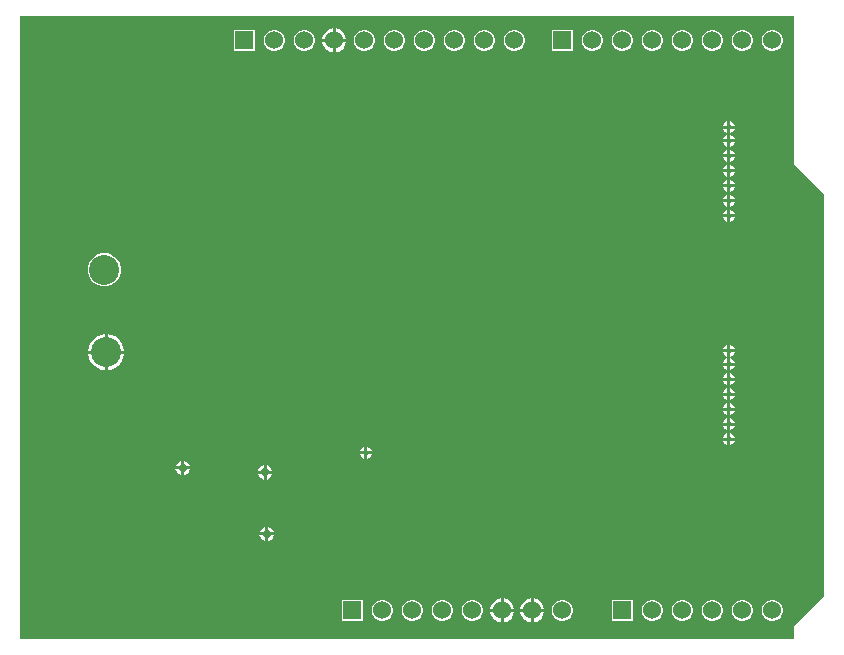
<source format=gbr>
G04*
G04 #@! TF.GenerationSoftware,Altium Limited,Altium Designer,23.0.1 (38)*
G04*
G04 Layer_Physical_Order=2*
G04 Layer_Color=9720587*
%FSLAX44Y44*%
%MOMM*%
G71*
G04*
G04 #@! TF.SameCoordinates,64DEC9DB-233E-40C6-88A2-80678BC6FC1E*
G04*
G04*
G04 #@! TF.FilePolarity,Positive*
G04*
G01*
G75*
%ADD24R,1.5300X1.5300*%
%ADD25C,1.5300*%
%ADD26C,2.5400*%
%ADD27C,0.5080*%
%ADD28C,0.7112*%
G36*
X657810Y406400D02*
X658008Y405409D01*
X658569Y404569D01*
X683210Y379927D01*
X683210Y39173D01*
X658569Y14531D01*
X658008Y13691D01*
X657810Y12700D01*
Y2590D01*
X2590D01*
Y530810D01*
X657810D01*
Y406400D01*
D02*
G37*
%LPC*%
G36*
X269820Y519968D02*
X269748D01*
Y511048D01*
X278668D01*
Y511120D01*
X277974Y513711D01*
X276632Y516035D01*
X274735Y517932D01*
X272411Y519274D01*
X269820Y519968D01*
D02*
G37*
G36*
X267208D02*
X267136D01*
X264545Y519274D01*
X262221Y517932D01*
X260324Y516035D01*
X258982Y513711D01*
X258288Y511120D01*
Y511048D01*
X267208D01*
Y519968D01*
D02*
G37*
G36*
X640492Y518698D02*
X638144D01*
X635875Y518090D01*
X633841Y516916D01*
X632180Y515255D01*
X631006Y513221D01*
X630398Y510952D01*
Y508604D01*
X631006Y506335D01*
X632180Y504301D01*
X633841Y502640D01*
X635875Y501466D01*
X638144Y500858D01*
X640492D01*
X642761Y501466D01*
X644795Y502640D01*
X646456Y504301D01*
X647630Y506335D01*
X648238Y508604D01*
Y510952D01*
X647630Y513221D01*
X646456Y515255D01*
X644795Y516916D01*
X642761Y518090D01*
X640492Y518698D01*
D02*
G37*
G36*
X615092D02*
X612744D01*
X610475Y518090D01*
X608441Y516916D01*
X606780Y515255D01*
X605606Y513221D01*
X604998Y510952D01*
Y508604D01*
X605606Y506335D01*
X606780Y504301D01*
X608441Y502640D01*
X610475Y501466D01*
X612744Y500858D01*
X615092D01*
X617361Y501466D01*
X619395Y502640D01*
X621056Y504301D01*
X622230Y506335D01*
X622838Y508604D01*
Y510952D01*
X622230Y513221D01*
X621056Y515255D01*
X619395Y516916D01*
X617361Y518090D01*
X615092Y518698D01*
D02*
G37*
G36*
X589692D02*
X587344D01*
X585075Y518090D01*
X583041Y516916D01*
X581380Y515255D01*
X580206Y513221D01*
X579598Y510952D01*
Y508604D01*
X580206Y506335D01*
X581380Y504301D01*
X583041Y502640D01*
X585075Y501466D01*
X587344Y500858D01*
X589692D01*
X591961Y501466D01*
X593995Y502640D01*
X595656Y504301D01*
X596830Y506335D01*
X597438Y508604D01*
Y510952D01*
X596830Y513221D01*
X595656Y515255D01*
X593995Y516916D01*
X591961Y518090D01*
X589692Y518698D01*
D02*
G37*
G36*
X564292D02*
X561944D01*
X559675Y518090D01*
X557641Y516916D01*
X555980Y515255D01*
X554806Y513221D01*
X554198Y510952D01*
Y508604D01*
X554806Y506335D01*
X555980Y504301D01*
X557641Y502640D01*
X559675Y501466D01*
X561944Y500858D01*
X564292D01*
X566561Y501466D01*
X568595Y502640D01*
X570256Y504301D01*
X571430Y506335D01*
X572038Y508604D01*
Y510952D01*
X571430Y513221D01*
X570256Y515255D01*
X568595Y516916D01*
X566561Y518090D01*
X564292Y518698D01*
D02*
G37*
G36*
X538892D02*
X536544D01*
X534275Y518090D01*
X532241Y516916D01*
X530580Y515255D01*
X529406Y513221D01*
X528798Y510952D01*
Y508604D01*
X529406Y506335D01*
X530580Y504301D01*
X532241Y502640D01*
X534275Y501466D01*
X536544Y500858D01*
X538892D01*
X541161Y501466D01*
X543195Y502640D01*
X544856Y504301D01*
X546030Y506335D01*
X546638Y508604D01*
Y510952D01*
X546030Y513221D01*
X544856Y515255D01*
X543195Y516916D01*
X541161Y518090D01*
X538892Y518698D01*
D02*
G37*
G36*
X513492D02*
X511144D01*
X508875Y518090D01*
X506841Y516916D01*
X505180Y515255D01*
X504006Y513221D01*
X503398Y510952D01*
Y508604D01*
X504006Y506335D01*
X505180Y504301D01*
X506841Y502640D01*
X508875Y501466D01*
X511144Y500858D01*
X513492D01*
X515761Y501466D01*
X517795Y502640D01*
X519456Y504301D01*
X520630Y506335D01*
X521238Y508604D01*
Y510952D01*
X520630Y513221D01*
X519456Y515255D01*
X517795Y516916D01*
X515761Y518090D01*
X513492Y518698D01*
D02*
G37*
G36*
X488092D02*
X485744D01*
X483475Y518090D01*
X481441Y516916D01*
X479780Y515255D01*
X478606Y513221D01*
X477998Y510952D01*
Y508604D01*
X478606Y506335D01*
X479780Y504301D01*
X481441Y502640D01*
X483475Y501466D01*
X485744Y500858D01*
X488092D01*
X490361Y501466D01*
X492395Y502640D01*
X494056Y504301D01*
X495230Y506335D01*
X495838Y508604D01*
Y510952D01*
X495230Y513221D01*
X494056Y515255D01*
X492395Y516916D01*
X490361Y518090D01*
X488092Y518698D01*
D02*
G37*
G36*
X470438D02*
X452598D01*
Y500858D01*
X470438D01*
Y518698D01*
D02*
G37*
G36*
X422052D02*
X419704D01*
X417435Y518090D01*
X415401Y516916D01*
X413740Y515255D01*
X412566Y513221D01*
X411958Y510952D01*
Y508604D01*
X412566Y506335D01*
X413740Y504301D01*
X415401Y502640D01*
X417435Y501466D01*
X419704Y500858D01*
X422052D01*
X424321Y501466D01*
X426355Y502640D01*
X428016Y504301D01*
X429190Y506335D01*
X429798Y508604D01*
Y510952D01*
X429190Y513221D01*
X428016Y515255D01*
X426355Y516916D01*
X424321Y518090D01*
X422052Y518698D01*
D02*
G37*
G36*
X396652D02*
X394304D01*
X392035Y518090D01*
X390001Y516916D01*
X388340Y515255D01*
X387166Y513221D01*
X386558Y510952D01*
Y508604D01*
X387166Y506335D01*
X388340Y504301D01*
X390001Y502640D01*
X392035Y501466D01*
X394304Y500858D01*
X396652D01*
X398921Y501466D01*
X400955Y502640D01*
X402616Y504301D01*
X403790Y506335D01*
X404398Y508604D01*
Y510952D01*
X403790Y513221D01*
X402616Y515255D01*
X400955Y516916D01*
X398921Y518090D01*
X396652Y518698D01*
D02*
G37*
G36*
X371252D02*
X368904D01*
X366635Y518090D01*
X364601Y516916D01*
X362940Y515255D01*
X361766Y513221D01*
X361158Y510952D01*
Y508604D01*
X361766Y506335D01*
X362940Y504301D01*
X364601Y502640D01*
X366635Y501466D01*
X368904Y500858D01*
X371252D01*
X373521Y501466D01*
X375555Y502640D01*
X377216Y504301D01*
X378390Y506335D01*
X378998Y508604D01*
Y510952D01*
X378390Y513221D01*
X377216Y515255D01*
X375555Y516916D01*
X373521Y518090D01*
X371252Y518698D01*
D02*
G37*
G36*
X345852D02*
X343504D01*
X341235Y518090D01*
X339201Y516916D01*
X337540Y515255D01*
X336366Y513221D01*
X335758Y510952D01*
Y508604D01*
X336366Y506335D01*
X337540Y504301D01*
X339201Y502640D01*
X341235Y501466D01*
X343504Y500858D01*
X345852D01*
X348121Y501466D01*
X350155Y502640D01*
X351816Y504301D01*
X352990Y506335D01*
X353598Y508604D01*
Y510952D01*
X352990Y513221D01*
X351816Y515255D01*
X350155Y516916D01*
X348121Y518090D01*
X345852Y518698D01*
D02*
G37*
G36*
X320452D02*
X318104D01*
X315835Y518090D01*
X313801Y516916D01*
X312140Y515255D01*
X310966Y513221D01*
X310358Y510952D01*
Y508604D01*
X310966Y506335D01*
X312140Y504301D01*
X313801Y502640D01*
X315835Y501466D01*
X318104Y500858D01*
X320452D01*
X322721Y501466D01*
X324755Y502640D01*
X326416Y504301D01*
X327590Y506335D01*
X328198Y508604D01*
Y510952D01*
X327590Y513221D01*
X326416Y515255D01*
X324755Y516916D01*
X322721Y518090D01*
X320452Y518698D01*
D02*
G37*
G36*
X295052D02*
X292704D01*
X290435Y518090D01*
X288401Y516916D01*
X286740Y515255D01*
X285566Y513221D01*
X284958Y510952D01*
Y508604D01*
X285566Y506335D01*
X286740Y504301D01*
X288401Y502640D01*
X290435Y501466D01*
X292704Y500858D01*
X295052D01*
X297321Y501466D01*
X299355Y502640D01*
X301016Y504301D01*
X302190Y506335D01*
X302798Y508604D01*
Y510952D01*
X302190Y513221D01*
X301016Y515255D01*
X299355Y516916D01*
X297321Y518090D01*
X295052Y518698D01*
D02*
G37*
G36*
X244252D02*
X241904D01*
X239635Y518090D01*
X237601Y516916D01*
X235940Y515255D01*
X234766Y513221D01*
X234158Y510952D01*
Y508604D01*
X234766Y506335D01*
X235940Y504301D01*
X237601Y502640D01*
X239635Y501466D01*
X241904Y500858D01*
X244252D01*
X246521Y501466D01*
X248555Y502640D01*
X250216Y504301D01*
X251390Y506335D01*
X251998Y508604D01*
Y510952D01*
X251390Y513221D01*
X250216Y515255D01*
X248555Y516916D01*
X246521Y518090D01*
X244252Y518698D01*
D02*
G37*
G36*
X218852D02*
X216504D01*
X214235Y518090D01*
X212201Y516916D01*
X210540Y515255D01*
X209366Y513221D01*
X208758Y510952D01*
Y508604D01*
X209366Y506335D01*
X210540Y504301D01*
X212201Y502640D01*
X214235Y501466D01*
X216504Y500858D01*
X218852D01*
X221121Y501466D01*
X223155Y502640D01*
X224816Y504301D01*
X225990Y506335D01*
X226598Y508604D01*
Y510952D01*
X225990Y513221D01*
X224816Y515255D01*
X223155Y516916D01*
X221121Y518090D01*
X218852Y518698D01*
D02*
G37*
G36*
X201198D02*
X183358D01*
Y500858D01*
X201198D01*
Y518698D01*
D02*
G37*
G36*
X278668Y508508D02*
X269748D01*
Y499588D01*
X269820D01*
X272411Y500282D01*
X274735Y501624D01*
X276632Y503521D01*
X277974Y505845D01*
X278668Y508436D01*
Y508508D01*
D02*
G37*
G36*
X267208D02*
X258288D01*
Y508436D01*
X258982Y505845D01*
X260324Y503521D01*
X262221Y501624D01*
X264545Y500282D01*
X267136Y499588D01*
X267208D01*
Y508508D01*
D02*
G37*
G36*
X603758Y441091D02*
Y437388D01*
X607461D01*
X606795Y438996D01*
X605366Y440425D01*
X603758Y441091D01*
D02*
G37*
G36*
X601218D02*
X599610Y440425D01*
X598181Y438996D01*
X597515Y437388D01*
X601218D01*
Y441091D01*
D02*
G37*
G36*
X607461Y434848D02*
X603758D01*
Y431146D01*
X605366Y431811D01*
X606795Y433240D01*
X607461Y434848D01*
D02*
G37*
G36*
X601218D02*
X597515D01*
X598181Y433240D01*
X599610Y431811D01*
X601218Y431146D01*
Y434848D01*
D02*
G37*
G36*
X603758Y429660D02*
Y425958D01*
X607461D01*
X606795Y427566D01*
X605366Y428995D01*
X603758Y429660D01*
D02*
G37*
G36*
X601218D02*
X599610Y428995D01*
X598181Y427566D01*
X597515Y425958D01*
X601218D01*
Y429660D01*
D02*
G37*
G36*
X607461Y423418D02*
X603758D01*
Y419715D01*
X605366Y420381D01*
X606795Y421810D01*
X607461Y423418D01*
D02*
G37*
G36*
X601218D02*
X597515D01*
X598181Y421810D01*
X599610Y420381D01*
X601218Y419715D01*
Y423418D01*
D02*
G37*
G36*
X603758Y416960D02*
Y413258D01*
X607461D01*
X606795Y414866D01*
X605366Y416295D01*
X603758Y416960D01*
D02*
G37*
G36*
X601218D02*
X599610Y416295D01*
X598181Y414866D01*
X597515Y413258D01*
X601218D01*
Y416960D01*
D02*
G37*
G36*
X607461Y410718D02*
X603758D01*
Y407015D01*
X605366Y407681D01*
X606795Y409110D01*
X607461Y410718D01*
D02*
G37*
G36*
X601218D02*
X597515D01*
X598181Y409110D01*
X599610Y407681D01*
X601218Y407015D01*
Y410718D01*
D02*
G37*
G36*
X603758Y404260D02*
Y400558D01*
X607461D01*
X606795Y402166D01*
X605366Y403595D01*
X603758Y404260D01*
D02*
G37*
G36*
X601218D02*
X599610Y403595D01*
X598181Y402166D01*
X597515Y400558D01*
X601218D01*
Y404260D01*
D02*
G37*
G36*
X607461Y398018D02*
X603758D01*
Y394315D01*
X605366Y394981D01*
X606795Y396410D01*
X607461Y398018D01*
D02*
G37*
G36*
X601218D02*
X597515D01*
X598181Y396410D01*
X599610Y394981D01*
X601218Y394315D01*
Y398018D01*
D02*
G37*
G36*
X603758Y391561D02*
Y387858D01*
X607461D01*
X606795Y389466D01*
X605366Y390895D01*
X603758Y391561D01*
D02*
G37*
G36*
X601218D02*
X599610Y390895D01*
X598181Y389466D01*
X597515Y387858D01*
X601218D01*
Y391561D01*
D02*
G37*
G36*
X607461Y385318D02*
X603758D01*
Y381615D01*
X605366Y382281D01*
X606795Y383710D01*
X607461Y385318D01*
D02*
G37*
G36*
X601218D02*
X597515D01*
X598181Y383710D01*
X599610Y382281D01*
X601218Y381615D01*
Y385318D01*
D02*
G37*
G36*
X603758Y378861D02*
Y375158D01*
X607461D01*
X606795Y376766D01*
X605366Y378195D01*
X603758Y378861D01*
D02*
G37*
G36*
X601218D02*
X599610Y378195D01*
X598181Y376766D01*
X597515Y375158D01*
X601218D01*
Y378861D01*
D02*
G37*
G36*
X607461Y372618D02*
X603758D01*
Y368915D01*
X605366Y369581D01*
X606795Y371010D01*
X607461Y372618D01*
D02*
G37*
G36*
X601218D02*
X597515D01*
X598181Y371010D01*
X599610Y369581D01*
X601218Y368915D01*
Y372618D01*
D02*
G37*
G36*
X603758Y366161D02*
Y362458D01*
X607461D01*
X606795Y364066D01*
X605366Y365495D01*
X603758Y366161D01*
D02*
G37*
G36*
X601218D02*
X599610Y365495D01*
X598181Y364066D01*
X597515Y362458D01*
X601218D01*
Y366161D01*
D02*
G37*
G36*
X607461Y359918D02*
X603758D01*
Y356216D01*
X605366Y356881D01*
X606795Y358310D01*
X607461Y359918D01*
D02*
G37*
G36*
X601218D02*
X597515D01*
X598181Y358310D01*
X599610Y356881D01*
X601218Y356216D01*
Y359918D01*
D02*
G37*
G36*
X75753Y329438D02*
X72075D01*
X68522Y328486D01*
X65336Y326647D01*
X62735Y324046D01*
X60896Y320860D01*
X59944Y317307D01*
Y313629D01*
X60896Y310076D01*
X62735Y306890D01*
X65336Y304289D01*
X68522Y302450D01*
X72075Y301498D01*
X75753D01*
X79306Y302450D01*
X82492Y304289D01*
X85093Y306890D01*
X86932Y310076D01*
X87884Y313629D01*
Y317307D01*
X86932Y320860D01*
X85093Y324046D01*
X82492Y326647D01*
X79306Y328486D01*
X75753Y329438D01*
D02*
G37*
G36*
X603758Y251861D02*
Y248158D01*
X607461D01*
X606795Y249766D01*
X605366Y251195D01*
X603758Y251861D01*
D02*
G37*
G36*
X601218D02*
X599610Y251195D01*
X598181Y249766D01*
X597515Y248158D01*
X601218D01*
Y251861D01*
D02*
G37*
G36*
X76939Y260858D02*
X76708D01*
Y246888D01*
X90678D01*
Y247119D01*
X90092Y250063D01*
X88944Y252837D01*
X87276Y255333D01*
X85153Y257456D01*
X82657Y259123D01*
X79883Y260272D01*
X76939Y260858D01*
D02*
G37*
G36*
X74168D02*
X73937D01*
X70993Y260272D01*
X68219Y259123D01*
X65723Y257456D01*
X63600Y255333D01*
X61933Y252837D01*
X60784Y250063D01*
X60198Y247119D01*
Y246888D01*
X74168D01*
Y260858D01*
D02*
G37*
G36*
X607461Y245618D02*
X603758D01*
Y241915D01*
X605366Y242581D01*
X606795Y244010D01*
X607461Y245618D01*
D02*
G37*
G36*
X601218D02*
X597515D01*
X598181Y244010D01*
X599610Y242581D01*
X601218Y241915D01*
Y245618D01*
D02*
G37*
G36*
X603758Y240431D02*
Y236728D01*
X607461D01*
X606795Y238336D01*
X605366Y239765D01*
X603758Y240431D01*
D02*
G37*
G36*
X601218D02*
X599610Y239765D01*
X598181Y238336D01*
X597515Y236728D01*
X601218D01*
Y240431D01*
D02*
G37*
G36*
X607461Y234188D02*
X603758D01*
Y230485D01*
X605366Y231151D01*
X606795Y232580D01*
X607461Y234188D01*
D02*
G37*
G36*
X601218D02*
X597515D01*
X598181Y232580D01*
X599610Y231151D01*
X601218Y230485D01*
Y234188D01*
D02*
G37*
G36*
X90678Y244348D02*
X76708D01*
Y230378D01*
X76939D01*
X79883Y230964D01*
X82657Y232113D01*
X85153Y233780D01*
X87276Y235903D01*
X88944Y238399D01*
X90092Y241173D01*
X90678Y244117D01*
Y244348D01*
D02*
G37*
G36*
X74168D02*
X60198D01*
Y244117D01*
X60784Y241173D01*
X61933Y238399D01*
X63600Y235903D01*
X65723Y233780D01*
X68219Y232113D01*
X70993Y230964D01*
X73937Y230378D01*
X74168D01*
Y244348D01*
D02*
G37*
G36*
X603758Y227731D02*
Y224028D01*
X607461D01*
X606795Y225636D01*
X605366Y227065D01*
X603758Y227731D01*
D02*
G37*
G36*
X601218D02*
X599610Y227065D01*
X598181Y225636D01*
X597515Y224028D01*
X601218D01*
Y227731D01*
D02*
G37*
G36*
X607461Y221488D02*
X603758D01*
Y217785D01*
X605366Y218451D01*
X606795Y219880D01*
X607461Y221488D01*
D02*
G37*
G36*
X601218D02*
X597515D01*
X598181Y219880D01*
X599610Y218451D01*
X601218Y217785D01*
Y221488D01*
D02*
G37*
G36*
X603758Y215030D02*
Y211328D01*
X607461D01*
X606795Y212936D01*
X605366Y214365D01*
X603758Y215030D01*
D02*
G37*
G36*
X601218D02*
X599610Y214365D01*
X598181Y212936D01*
X597515Y211328D01*
X601218D01*
Y215030D01*
D02*
G37*
G36*
X607461Y208788D02*
X603758D01*
Y205086D01*
X605366Y205751D01*
X606795Y207180D01*
X607461Y208788D01*
D02*
G37*
G36*
X601218D02*
X597515D01*
X598181Y207180D01*
X599610Y205751D01*
X601218Y205086D01*
Y208788D01*
D02*
G37*
G36*
X603758Y202330D02*
Y198628D01*
X607461D01*
X606795Y200236D01*
X605366Y201665D01*
X603758Y202330D01*
D02*
G37*
G36*
X601218D02*
X599610Y201665D01*
X598181Y200236D01*
X597515Y198628D01*
X601218D01*
Y202330D01*
D02*
G37*
G36*
X607461Y196088D02*
X603758D01*
Y192386D01*
X605366Y193051D01*
X606795Y194480D01*
X607461Y196088D01*
D02*
G37*
G36*
X601218D02*
X597515D01*
X598181Y194480D01*
X599610Y193051D01*
X601218Y192386D01*
Y196088D01*
D02*
G37*
G36*
X603758Y189631D02*
Y185928D01*
X607461D01*
X606795Y187536D01*
X605366Y188965D01*
X603758Y189631D01*
D02*
G37*
G36*
X601218D02*
X599610Y188965D01*
X598181Y187536D01*
X597515Y185928D01*
X601218D01*
Y189631D01*
D02*
G37*
G36*
X607461Y183388D02*
X603758D01*
Y179685D01*
X605366Y180351D01*
X606795Y181780D01*
X607461Y183388D01*
D02*
G37*
G36*
X601218D02*
X597515D01*
X598181Y181780D01*
X599610Y180351D01*
X601218Y179685D01*
Y183388D01*
D02*
G37*
G36*
X603758Y176931D02*
Y173228D01*
X607461D01*
X606795Y174836D01*
X605366Y176265D01*
X603758Y176931D01*
D02*
G37*
G36*
X601218D02*
X599610Y176265D01*
X598181Y174836D01*
X597515Y173228D01*
X601218D01*
Y176931D01*
D02*
G37*
G36*
X607461Y170688D02*
X603758D01*
Y166985D01*
X605366Y167651D01*
X606795Y169080D01*
X607461Y170688D01*
D02*
G37*
G36*
X601218D02*
X597515D01*
X598181Y169080D01*
X599610Y167651D01*
X601218Y166985D01*
Y170688D01*
D02*
G37*
G36*
X296418Y165501D02*
Y161798D01*
X300121D01*
X299455Y163406D01*
X298026Y164835D01*
X296418Y165501D01*
D02*
G37*
G36*
X293878D02*
X292270Y164835D01*
X290841Y163406D01*
X290175Y161798D01*
X293878D01*
Y165501D01*
D02*
G37*
G36*
X300121Y159258D02*
X296418D01*
Y155555D01*
X298026Y156221D01*
X299455Y157650D01*
X300121Y159258D01*
D02*
G37*
G36*
X293878D02*
X290175D01*
X290841Y157650D01*
X292270Y156221D01*
X293878Y155555D01*
Y159258D01*
D02*
G37*
G36*
X141478Y153900D02*
Y149098D01*
X146280D01*
X145376Y151281D01*
X143661Y152996D01*
X141478Y153900D01*
D02*
G37*
G36*
X138938D02*
X136755Y152996D01*
X135040Y151281D01*
X134136Y149098D01*
X138938D01*
Y153900D01*
D02*
G37*
G36*
X211328Y150090D02*
Y145288D01*
X216130D01*
X215226Y147471D01*
X213511Y149186D01*
X211328Y150090D01*
D02*
G37*
G36*
X208788D02*
X206605Y149186D01*
X204890Y147471D01*
X203986Y145288D01*
X208788D01*
Y150090D01*
D02*
G37*
G36*
X146280Y146558D02*
X141478D01*
Y141756D01*
X143661Y142660D01*
X145376Y144375D01*
X146280Y146558D01*
D02*
G37*
G36*
X138938D02*
X134136D01*
X135040Y144375D01*
X136755Y142660D01*
X138938Y141756D01*
Y146558D01*
D02*
G37*
G36*
X216130Y142748D02*
X211328D01*
Y137946D01*
X213511Y138850D01*
X215226Y140565D01*
X216130Y142748D01*
D02*
G37*
G36*
X208788D02*
X203986D01*
X204890Y140565D01*
X206605Y138850D01*
X208788Y137946D01*
Y142748D01*
D02*
G37*
G36*
X212598Y98020D02*
Y93218D01*
X217400D01*
X216496Y95401D01*
X214781Y97116D01*
X212598Y98020D01*
D02*
G37*
G36*
X210058D02*
X207875Y97116D01*
X206160Y95401D01*
X205256Y93218D01*
X210058D01*
Y98020D01*
D02*
G37*
G36*
X217400Y90678D02*
X212598D01*
Y85876D01*
X214781Y86780D01*
X216496Y88495D01*
X217400Y90678D01*
D02*
G37*
G36*
X210058D02*
X205256D01*
X206160Y88495D01*
X207875Y86780D01*
X210058Y85876D01*
Y90678D01*
D02*
G37*
G36*
X437460Y37368D02*
X437388D01*
Y28448D01*
X446308D01*
Y28520D01*
X445614Y31111D01*
X444272Y33435D01*
X442375Y35332D01*
X440051Y36674D01*
X437460Y37368D01*
D02*
G37*
G36*
X412060D02*
X411988D01*
Y28448D01*
X420908D01*
Y28520D01*
X420214Y31111D01*
X418872Y33435D01*
X416975Y35332D01*
X414651Y36674D01*
X412060Y37368D01*
D02*
G37*
G36*
X434848D02*
X434776D01*
X432185Y36674D01*
X429861Y35332D01*
X427964Y33435D01*
X426622Y31111D01*
X425928Y28520D01*
Y28448D01*
X434848D01*
Y37368D01*
D02*
G37*
G36*
X409448D02*
X409376D01*
X406785Y36674D01*
X404461Y35332D01*
X402564Y33435D01*
X401222Y31111D01*
X400528Y28520D01*
Y28448D01*
X409448D01*
Y37368D01*
D02*
G37*
G36*
X640492Y36098D02*
X638144D01*
X635875Y35490D01*
X633841Y34316D01*
X632180Y32655D01*
X631006Y30621D01*
X630398Y28352D01*
Y26004D01*
X631006Y23735D01*
X632180Y21701D01*
X633841Y20040D01*
X635875Y18866D01*
X638144Y18258D01*
X640492D01*
X642761Y18866D01*
X644795Y20040D01*
X646456Y21701D01*
X647630Y23735D01*
X648238Y26004D01*
Y28352D01*
X647630Y30621D01*
X646456Y32655D01*
X644795Y34316D01*
X642761Y35490D01*
X640492Y36098D01*
D02*
G37*
G36*
X615092D02*
X612744D01*
X610475Y35490D01*
X608441Y34316D01*
X606780Y32655D01*
X605606Y30621D01*
X604998Y28352D01*
Y26004D01*
X605606Y23735D01*
X606780Y21701D01*
X608441Y20040D01*
X610475Y18866D01*
X612744Y18258D01*
X615092D01*
X617361Y18866D01*
X619395Y20040D01*
X621056Y21701D01*
X622230Y23735D01*
X622838Y26004D01*
Y28352D01*
X622230Y30621D01*
X621056Y32655D01*
X619395Y34316D01*
X617361Y35490D01*
X615092Y36098D01*
D02*
G37*
G36*
X589692D02*
X587344D01*
X585075Y35490D01*
X583041Y34316D01*
X581380Y32655D01*
X580206Y30621D01*
X579598Y28352D01*
Y26004D01*
X580206Y23735D01*
X581380Y21701D01*
X583041Y20040D01*
X585075Y18866D01*
X587344Y18258D01*
X589692D01*
X591961Y18866D01*
X593995Y20040D01*
X595656Y21701D01*
X596830Y23735D01*
X597438Y26004D01*
Y28352D01*
X596830Y30621D01*
X595656Y32655D01*
X593995Y34316D01*
X591961Y35490D01*
X589692Y36098D01*
D02*
G37*
G36*
X564292D02*
X561944D01*
X559675Y35490D01*
X557641Y34316D01*
X555980Y32655D01*
X554806Y30621D01*
X554198Y28352D01*
Y26004D01*
X554806Y23735D01*
X555980Y21701D01*
X557641Y20040D01*
X559675Y18866D01*
X561944Y18258D01*
X564292D01*
X566561Y18866D01*
X568595Y20040D01*
X570256Y21701D01*
X571430Y23735D01*
X572038Y26004D01*
Y28352D01*
X571430Y30621D01*
X570256Y32655D01*
X568595Y34316D01*
X566561Y35490D01*
X564292Y36098D01*
D02*
G37*
G36*
X538892D02*
X536544D01*
X534275Y35490D01*
X532241Y34316D01*
X530580Y32655D01*
X529406Y30621D01*
X528798Y28352D01*
Y26004D01*
X529406Y23735D01*
X530580Y21701D01*
X532241Y20040D01*
X534275Y18866D01*
X536544Y18258D01*
X538892D01*
X541161Y18866D01*
X543195Y20040D01*
X544856Y21701D01*
X546030Y23735D01*
X546638Y26004D01*
Y28352D01*
X546030Y30621D01*
X544856Y32655D01*
X543195Y34316D01*
X541161Y35490D01*
X538892Y36098D01*
D02*
G37*
G36*
X521238D02*
X503398D01*
Y18258D01*
X521238D01*
Y36098D01*
D02*
G37*
G36*
X462692D02*
X460344D01*
X458075Y35490D01*
X456041Y34316D01*
X454380Y32655D01*
X453206Y30621D01*
X452598Y28352D01*
Y26004D01*
X453206Y23735D01*
X454380Y21701D01*
X456041Y20040D01*
X458075Y18866D01*
X460344Y18258D01*
X462692D01*
X464961Y18866D01*
X466995Y20040D01*
X468656Y21701D01*
X469830Y23735D01*
X470438Y26004D01*
Y28352D01*
X469830Y30621D01*
X468656Y32655D01*
X466995Y34316D01*
X464961Y35490D01*
X462692Y36098D01*
D02*
G37*
G36*
X386492D02*
X384144D01*
X381875Y35490D01*
X379841Y34316D01*
X378180Y32655D01*
X377006Y30621D01*
X376398Y28352D01*
Y26004D01*
X377006Y23735D01*
X378180Y21701D01*
X379841Y20040D01*
X381875Y18866D01*
X384144Y18258D01*
X386492D01*
X388761Y18866D01*
X390795Y20040D01*
X392456Y21701D01*
X393630Y23735D01*
X394238Y26004D01*
Y28352D01*
X393630Y30621D01*
X392456Y32655D01*
X390795Y34316D01*
X388761Y35490D01*
X386492Y36098D01*
D02*
G37*
G36*
X361092D02*
X358744D01*
X356475Y35490D01*
X354441Y34316D01*
X352780Y32655D01*
X351606Y30621D01*
X350998Y28352D01*
Y26004D01*
X351606Y23735D01*
X352780Y21701D01*
X354441Y20040D01*
X356475Y18866D01*
X358744Y18258D01*
X361092D01*
X363361Y18866D01*
X365395Y20040D01*
X367056Y21701D01*
X368230Y23735D01*
X368838Y26004D01*
Y28352D01*
X368230Y30621D01*
X367056Y32655D01*
X365395Y34316D01*
X363361Y35490D01*
X361092Y36098D01*
D02*
G37*
G36*
X335692D02*
X333344D01*
X331075Y35490D01*
X329041Y34316D01*
X327380Y32655D01*
X326206Y30621D01*
X325598Y28352D01*
Y26004D01*
X326206Y23735D01*
X327380Y21701D01*
X329041Y20040D01*
X331075Y18866D01*
X333344Y18258D01*
X335692D01*
X337961Y18866D01*
X339995Y20040D01*
X341656Y21701D01*
X342830Y23735D01*
X343438Y26004D01*
Y28352D01*
X342830Y30621D01*
X341656Y32655D01*
X339995Y34316D01*
X337961Y35490D01*
X335692Y36098D01*
D02*
G37*
G36*
X310292D02*
X307944D01*
X305675Y35490D01*
X303641Y34316D01*
X301980Y32655D01*
X300806Y30621D01*
X300198Y28352D01*
Y26004D01*
X300806Y23735D01*
X301980Y21701D01*
X303641Y20040D01*
X305675Y18866D01*
X307944Y18258D01*
X310292D01*
X312561Y18866D01*
X314595Y20040D01*
X316256Y21701D01*
X317430Y23735D01*
X318038Y26004D01*
Y28352D01*
X317430Y30621D01*
X316256Y32655D01*
X314595Y34316D01*
X312561Y35490D01*
X310292Y36098D01*
D02*
G37*
G36*
X292638D02*
X274798D01*
Y18258D01*
X292638D01*
Y36098D01*
D02*
G37*
G36*
X446308Y25908D02*
X437388D01*
Y16988D01*
X437460D01*
X440051Y17682D01*
X442375Y19024D01*
X444272Y20921D01*
X445614Y23245D01*
X446308Y25836D01*
Y25908D01*
D02*
G37*
G36*
X434848D02*
X425928D01*
Y25836D01*
X426622Y23245D01*
X427964Y20921D01*
X429861Y19024D01*
X432185Y17682D01*
X434776Y16988D01*
X434848D01*
Y25908D01*
D02*
G37*
G36*
X420908D02*
X411988D01*
Y16988D01*
X412060D01*
X414651Y17682D01*
X416975Y19024D01*
X418872Y20921D01*
X420214Y23245D01*
X420908Y25836D01*
Y25908D01*
D02*
G37*
G36*
X409448D02*
X400528D01*
Y25836D01*
X401222Y23245D01*
X402564Y20921D01*
X404461Y19024D01*
X406785Y17682D01*
X409376Y16988D01*
X409448D01*
Y25908D01*
D02*
G37*
%LPD*%
D24*
X192278Y509778D02*
D03*
X512318Y27178D02*
D03*
X283718D02*
D03*
X461518Y509778D02*
D03*
D25*
X217678D02*
D03*
X243078D02*
D03*
X268478D02*
D03*
X293878D02*
D03*
X319278D02*
D03*
X344678D02*
D03*
X370078D02*
D03*
X395478D02*
D03*
X420878D02*
D03*
X537718Y27178D02*
D03*
X563118D02*
D03*
X588518D02*
D03*
X613918D02*
D03*
X639318D02*
D03*
X309118D02*
D03*
X334518D02*
D03*
X359918D02*
D03*
X385318D02*
D03*
X410718D02*
D03*
X436118D02*
D03*
X461518D02*
D03*
X486918Y509778D02*
D03*
X512318D02*
D03*
X537718D02*
D03*
X563118D02*
D03*
X588518D02*
D03*
X613918D02*
D03*
X639318D02*
D03*
D26*
X75438Y245618D02*
D03*
X73914Y315468D02*
D03*
D27*
X295148Y160528D02*
D03*
X602488Y235458D02*
D03*
Y171958D02*
D03*
Y197358D02*
D03*
Y184658D02*
D03*
Y246888D02*
D03*
Y210058D02*
D03*
Y436118D02*
D03*
Y424688D02*
D03*
Y411988D02*
D03*
Y399288D02*
D03*
Y386588D02*
D03*
Y373888D02*
D03*
Y361188D02*
D03*
Y222758D02*
D03*
D28*
X140208Y147828D02*
D03*
X211328Y91948D02*
D03*
X210058Y144018D02*
D03*
M02*

</source>
